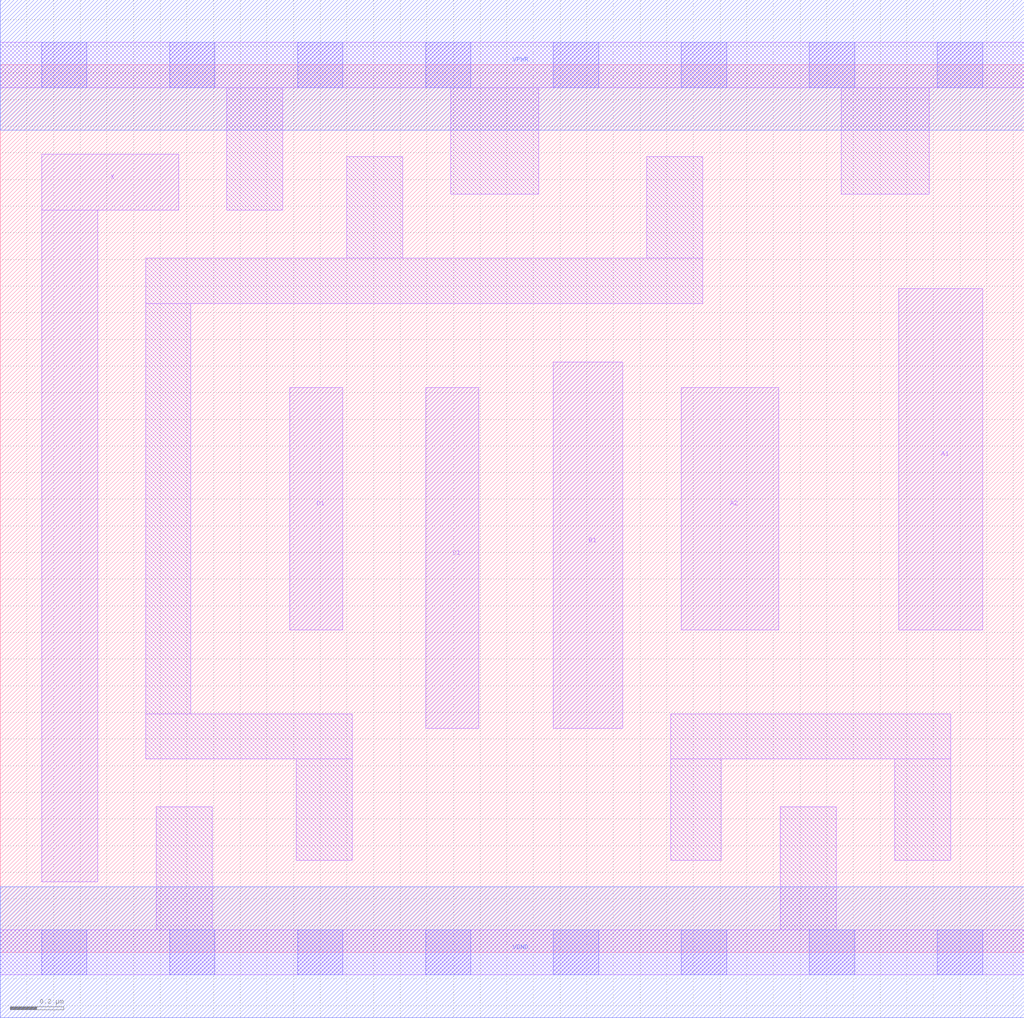
<source format=lef>
# Copyright 2020 The SkyWater PDK Authors
#
# Licensed under the Apache License, Version 2.0 (the "License");
# you may not use this file except in compliance with the License.
# You may obtain a copy of the License at
#
#     https://www.apache.org/licenses/LICENSE-2.0
#
# Unless required by applicable law or agreed to in writing, software
# distributed under the License is distributed on an "AS IS" BASIS,
# WITHOUT WARRANTIES OR CONDITIONS OF ANY KIND, either express or implied.
# See the License for the specific language governing permissions and
# limitations under the License.
#
# SPDX-License-Identifier: Apache-2.0

VERSION 5.7 ;
  NAMESCASESENSITIVE ON ;
  NOWIREEXTENSIONATPIN ON ;
  DIVIDERCHAR "/" ;
  BUSBITCHARS "[]" ;
UNITS
  DATABASE MICRONS 200 ;
END UNITS
MACRO sky130_fd_sc_lp__o2111a_m
  CLASS CORE ;
  FOREIGN sky130_fd_sc_lp__o2111a_m ;
  ORIGIN  0.000000  0.000000 ;
  SIZE  3.840000 BY  3.330000 ;
  SYMMETRY X Y R90 ;
  SITE unit ;
  PIN A1
    ANTENNAGATEAREA  0.126000 ;
    DIRECTION INPUT ;
    USE SIGNAL ;
    PORT
      LAYER li1 ;
        RECT 3.370000 1.210000 3.685000 2.490000 ;
    END
  END A1
  PIN A2
    ANTENNAGATEAREA  0.126000 ;
    DIRECTION INPUT ;
    USE SIGNAL ;
    PORT
      LAYER li1 ;
        RECT 2.555000 1.210000 2.920000 2.120000 ;
    END
  END A2
  PIN B1
    ANTENNAGATEAREA  0.126000 ;
    DIRECTION INPUT ;
    USE SIGNAL ;
    PORT
      LAYER li1 ;
        RECT 2.075000 0.840000 2.335000 2.215000 ;
    END
  END B1
  PIN C1
    ANTENNAGATEAREA  0.126000 ;
    DIRECTION INPUT ;
    USE SIGNAL ;
    PORT
      LAYER li1 ;
        RECT 1.595000 0.840000 1.795000 2.120000 ;
    END
  END C1
  PIN D1
    ANTENNAGATEAREA  0.126000 ;
    DIRECTION INPUT ;
    USE SIGNAL ;
    PORT
      LAYER li1 ;
        RECT 1.085000 1.210000 1.285000 2.120000 ;
    END
  END D1
  PIN X
    ANTENNADIFFAREA  0.222600 ;
    DIRECTION OUTPUT ;
    USE SIGNAL ;
    PORT
      LAYER li1 ;
        RECT 0.155000 0.265000 0.365000 2.785000 ;
        RECT 0.155000 2.785000 0.670000 2.995000 ;
    END
  END X
  PIN VGND
    DIRECTION INOUT ;
    USE GROUND ;
    PORT
      LAYER met1 ;
        RECT 0.000000 -0.245000 3.840000 0.245000 ;
    END
  END VGND
  PIN VPWR
    DIRECTION INOUT ;
    USE POWER ;
    PORT
      LAYER met1 ;
        RECT 0.000000 3.085000 3.840000 3.575000 ;
    END
  END VPWR
  OBS
    LAYER li1 ;
      RECT 0.000000 -0.085000 3.840000 0.085000 ;
      RECT 0.000000  3.245000 3.840000 3.415000 ;
      RECT 0.545000  0.725000 1.320000 0.895000 ;
      RECT 0.545000  0.895000 0.715000 2.435000 ;
      RECT 0.545000  2.435000 2.635000 2.605000 ;
      RECT 0.585000  0.085000 0.795000 0.545000 ;
      RECT 0.850000  2.785000 1.060000 3.245000 ;
      RECT 1.110000  0.345000 1.320000 0.725000 ;
      RECT 1.300000  2.605000 1.510000 2.985000 ;
      RECT 1.690000  2.845000 2.020000 3.245000 ;
      RECT 2.425000  2.605000 2.635000 2.985000 ;
      RECT 2.515000  0.345000 2.705000 0.725000 ;
      RECT 2.515000  0.725000 3.565000 0.895000 ;
      RECT 2.925000  0.085000 3.135000 0.545000 ;
      RECT 3.155000  2.845000 3.485000 3.245000 ;
      RECT 3.355000  0.345000 3.565000 0.725000 ;
    LAYER mcon ;
      RECT 0.155000 -0.085000 0.325000 0.085000 ;
      RECT 0.155000  3.245000 0.325000 3.415000 ;
      RECT 0.635000 -0.085000 0.805000 0.085000 ;
      RECT 0.635000  3.245000 0.805000 3.415000 ;
      RECT 1.115000 -0.085000 1.285000 0.085000 ;
      RECT 1.115000  3.245000 1.285000 3.415000 ;
      RECT 1.595000 -0.085000 1.765000 0.085000 ;
      RECT 1.595000  3.245000 1.765000 3.415000 ;
      RECT 2.075000 -0.085000 2.245000 0.085000 ;
      RECT 2.075000  3.245000 2.245000 3.415000 ;
      RECT 2.555000 -0.085000 2.725000 0.085000 ;
      RECT 2.555000  3.245000 2.725000 3.415000 ;
      RECT 3.035000 -0.085000 3.205000 0.085000 ;
      RECT 3.035000  3.245000 3.205000 3.415000 ;
      RECT 3.515000 -0.085000 3.685000 0.085000 ;
      RECT 3.515000  3.245000 3.685000 3.415000 ;
  END
END sky130_fd_sc_lp__o2111a_m
END LIBRARY

</source>
